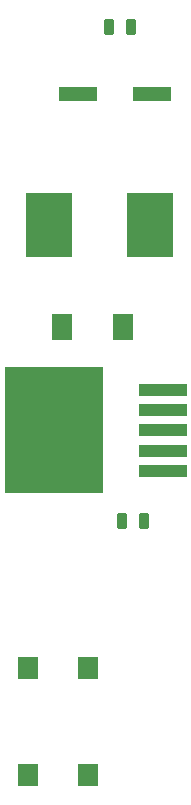
<source format=gtp>
G75*
%MOIN*%
%OFA0B0*%
%FSLAX25Y25*%
%IPPOS*%
%LPD*%
%AMOC8*
5,1,8,0,0,1.08239X$1,22.5*
%
%ADD10R,0.15900X0.04100*%
%ADD11R,0.32700X0.42300*%
%ADD12R,0.15748X0.21654*%
%ADD13R,0.12992X0.05118*%
%ADD14C,0.01640*%
%ADD15R,0.07087X0.08661*%
%ADD16R,0.06693X0.07480*%
D10*
X0082222Y0174470D03*
X0082222Y0181170D03*
X0082222Y0187870D03*
X0082222Y0194570D03*
X0082222Y0201270D03*
D11*
X0045772Y0187870D03*
D12*
X0044390Y0256370D03*
X0077854Y0256370D03*
D13*
X0078425Y0299870D03*
X0053819Y0299870D03*
D14*
X0063127Y0324207D02*
X0064833Y0324207D01*
X0064833Y0320533D01*
X0063127Y0320533D01*
X0063127Y0324207D01*
X0063127Y0322172D02*
X0064833Y0322172D01*
X0064833Y0323811D02*
X0063127Y0323811D01*
X0070411Y0320533D02*
X0072117Y0320533D01*
X0070411Y0320533D02*
X0070411Y0324207D01*
X0072117Y0324207D01*
X0072117Y0320533D01*
X0072117Y0322172D02*
X0070411Y0322172D01*
X0070411Y0323811D02*
X0072117Y0323811D01*
X0069333Y0159707D02*
X0067627Y0159707D01*
X0069333Y0159707D02*
X0069333Y0156033D01*
X0067627Y0156033D01*
X0067627Y0159707D01*
X0067627Y0157672D02*
X0069333Y0157672D01*
X0069333Y0159311D02*
X0067627Y0159311D01*
X0074911Y0156033D02*
X0076617Y0156033D01*
X0074911Y0156033D02*
X0074911Y0159707D01*
X0076617Y0159707D01*
X0076617Y0156033D01*
X0076617Y0157672D02*
X0074911Y0157672D01*
X0074911Y0159311D02*
X0076617Y0159311D01*
D15*
X0068783Y0222307D03*
X0048705Y0222307D03*
D16*
X0037083Y0073154D03*
X0037083Y0108587D03*
X0057161Y0108587D03*
X0057161Y0073154D03*
M02*

</source>
